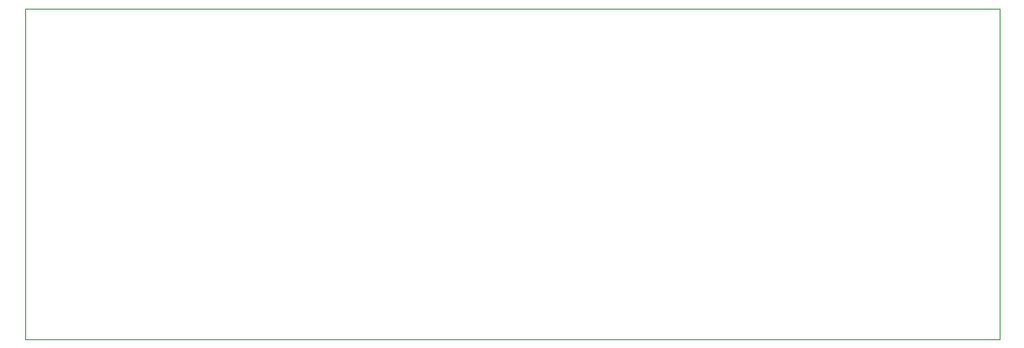
<source format=gbr>
%TF.GenerationSoftware,KiCad,Pcbnew,8.0.1*%
%TF.CreationDate,2024-05-12T20:31:29+01:00*%
%TF.ProjectId,TIMPS2Key,54494d50-5332-44b6-9579-2e6b69636164,rev?*%
%TF.SameCoordinates,Original*%
%TF.FileFunction,Profile,NP*%
%FSLAX46Y46*%
G04 Gerber Fmt 4.6, Leading zero omitted, Abs format (unit mm)*
G04 Created by KiCad (PCBNEW 8.0.1) date 2024-05-12 20:31:29*
%MOMM*%
%LPD*%
G01*
G04 APERTURE LIST*
%TA.AperFunction,Profile*%
%ADD10C,0.100000*%
%TD*%
G04 APERTURE END LIST*
D10*
X80700000Y-46750000D02*
X175540000Y-46750000D01*
X175540000Y-78930000D01*
X80700000Y-78930000D01*
X80700000Y-46750000D01*
M02*

</source>
